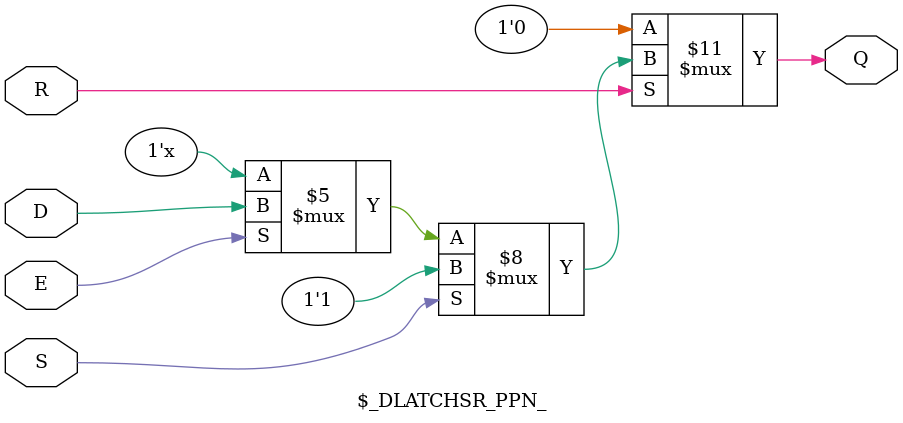
<source format=v>

module \$_DLATCHSR_PPN_ (E, S, R, D, Q);
input E, S, R, D;
output reg Q;
always @* begin
	if (R == 0)
		Q <= 0;
	else if (S == 1)
		Q <= 1;
	else if (E == 1)
		Q <= D;
end
endmodule

</source>
